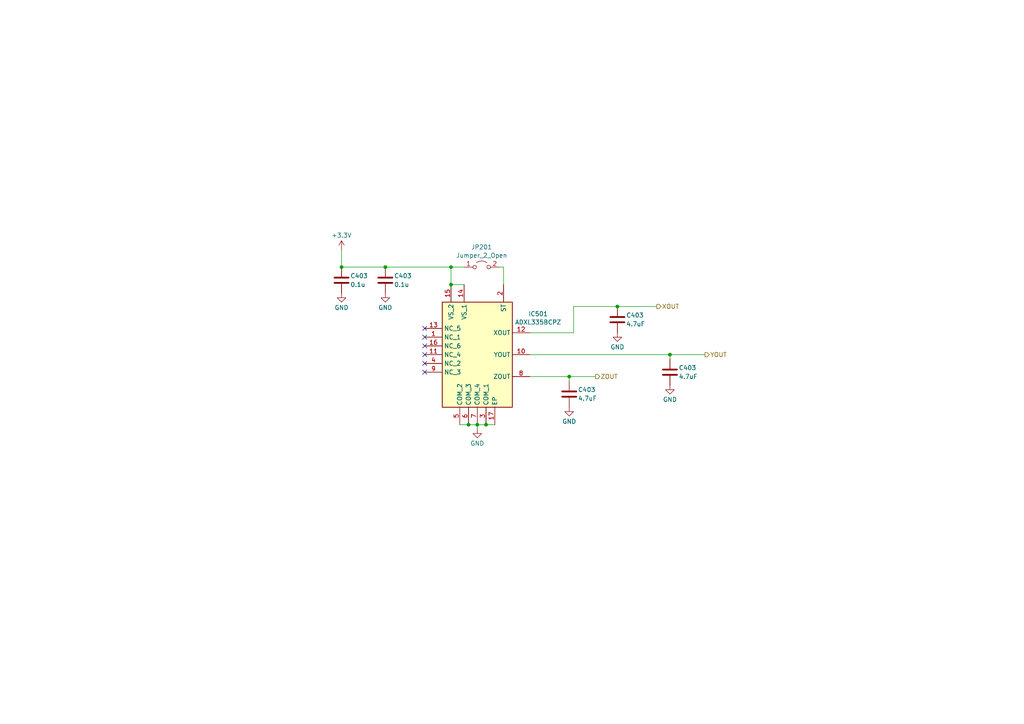
<source format=kicad_sch>
(kicad_sch (version 20230121) (generator eeschema)
  (paper "A4")
  (lib_symbols
    (symbol "Device:C" (pin_numbers hide) (pin_names (offset 0.254))
      (property "Reference" "C" (at 0.635 2.54 0))
      (property "Value" "C" (at 0.635 -2.54 0))
      (symbol "C_0_1"
        (polyline (pts (xy -2.032 -0.762) (xy 2.032 -0.762)) (stroke (width 0.508)))
        (polyline (pts (xy -2.032 0.762) (xy 2.032 0.762)) (stroke (width 0.508)))
      )
      (symbol "C_1_1"
        (pin passive line (at 0 3.81 270) (length 2.794) (name "~") (number "1"))
        (pin passive line (at 0 -3.81 90) (length 2.794) (name "~") (number "2"))
      )
    )
    (symbol "Jumper:Jumper_2_Open" (pin_names (offset 0) hide)
      (property "Reference" "JP" (at 0 2.794 0))
      (property "Value" "Jumper_2_Open" (at 0 -2.286 0))
      (symbol "Jumper_2_Open_0_0"
        (circle (center -2.032 0) (radius 0.508))
        (circle (center 2.032 0) (radius 0.508))
      )
      (symbol "Jumper_2_Open_0_1"
        (arc (start 1.524 1.27) (mid 0 1.778) (end -1.524 1.27))
      )
      (symbol "Jumper_2_Open_1_1"
        (pin passive line (at -5.08 0 0) (length 2.54) (name "A") (number "1"))
        (pin passive line (at 5.08 0 180) (length 2.54) (name "B") (number "2"))
      )
    )
    (symbol "SamacSys_Parts:ADXL335BCPZ"
      (property "Reference" "IC501" (at 32.8953 6.7544 0))
      (property "Value" "ADXL335BCPZ" (at 32.8953 4.3302 0))
      (symbol "ADXL335BCPZ_1_1"
        (rectangle (start 5.08 10.16) (end 25.4 -20.32) (stroke (width 0.254)) (fill (type background)))
        (pin passive line (at 0 0 0) (length 5.08) (name "NC_1") (number "1"))
        (pin passive line (at 30.48 -5.08 180) (length 5.08) (name "YOUT") (number "10"))
        (pin passive line (at 0 -5.08 0) (length 5.08) (name "NC_4") (number "11"))
        (pin passive line (at 30.48 1.27 180) (length 5.08) (name "XOUT") (number "12"))
        (pin passive line (at 0 2.54 0) (length 5.08) (name "NC_5") (number "13"))
        (pin passive line (at 11.43 15.24 270) (length 5.08) (name "VS_1") (number "14"))
        (pin passive line (at 7.62 15.24 270) (length 5.08) (name "VS_2") (number "15"))
        (pin passive line (at 0 -2.54 0) (length 5.08) (name "NC_6") (number "16"))
        (pin passive line (at 20.32 -25.4 90) (length 5.08) (name "EP") (number "17"))
        (pin passive line (at 22.86 15.24 270) (length 5.08) (name "ST") (number "2"))
        (pin passive line (at 17.78 -25.4 90) (length 5.08) (name "COM_1") (number "3"))
        (pin passive line (at 0 -7.62 0) (length 5.08) (name "NC_2") (number "4"))
        (pin passive line (at 10.16 -25.4 90) (length 5.08) (name "COM_2") (number "5"))
        (pin passive line (at 12.7 -25.4 90) (length 5.08) (name "COM_3") (number "6"))
        (pin passive line (at 15.24 -25.4 90) (length 5.08) (name "COM_4") (number "7"))
        (pin passive line (at 30.48 -11.43 180) (length 5.08) (name "ZOUT") (number "8"))
        (pin passive line (at 0 -10.16 0) (length 5.08) (name "NC_3") (number "9"))
      )
    )
    (symbol "power:+3.3V" (power) (pin_names (offset 0))
      (property "Value" "+3.3V" (at 0 3.556 0))
      (symbol "+3.3V_0_1"
        (polyline (pts (xy -0.762 1.27) (xy 0 2.54)))
        (polyline (pts (xy 0 0) (xy 0 2.54)))
        (polyline (pts (xy 0 2.54) (xy 0.762 1.27)))
      )
      (symbol "+3.3V_1_1"
        (pin power_in line (at 0 0 90) (length 0) hide (name "+3.3V") (number "1"))
      )
    )
    (symbol "power:GND" (power) (pin_names (offset 0))
      (property "Value" "GND" (at 0 -3.81 0))
      (symbol "GND_0_1"
        (polyline (pts (xy 0 0) (xy 0 -1.27) (xy 1.27 -1.27) (xy 0 -2.54) (xy -1.27 -1.27) (xy 0 -1.27)))
      )
      (symbol "GND_1_1"
        (pin power_in line (at 0 0 270) (length 0) hide (name "GND") (number "1"))
      )
    )
  )
  (junction (at 111.76 77.47))
  (junction (at 194.31 102.87))
  (junction (at 140.97 123.19))
  (junction (at 99.06 77.47))
  (junction (at 179.07 88.9))
  (junction (at 138.43 123.19))
  (junction (at 165.1 109.22))
  (junction (at 130.81 77.47))
  (junction (at 135.89 123.19))
  (junction (at 130.81 82.55))
  (no_connect (at 123.19 97.79))
  (no_connect (at 123.19 102.87))
  (no_connect (at 123.19 107.95))
  (no_connect (at 123.19 100.33))
  (no_connect (at 123.19 95.25))
  (no_connect (at 123.19 105.41))
  (wire (pts (xy 165.1 109.22) (xy 165.1 110.49)))
  (wire (pts (xy 165.1 109.22) (xy 172.72 109.22)))
  (wire (pts (xy 153.67 102.87) (xy 194.31 102.87)))
  (wire (pts (xy 138.43 124.46) (xy 138.43 123.19)))
  (wire (pts (xy 153.67 109.22) (xy 165.1 109.22)))
  (wire (pts (xy 130.81 82.55) (xy 134.62 82.55)))
  (wire (pts (xy 133.35 123.19) (xy 135.89 123.19)))
  (wire (pts (xy 166.37 96.52) (xy 153.67 96.52)))
  (wire (pts (xy 135.89 123.19) (xy 138.43 123.19)))
  (wire (pts (xy 99.06 72.39) (xy 99.06 77.47)))
  (wire (pts (xy 166.37 88.9) (xy 166.37 96.52)))
  (wire (pts (xy 140.97 123.19) (xy 143.51 123.19)))
  (wire (pts (xy 111.76 77.47) (xy 130.81 77.47)))
  (wire (pts (xy 146.05 77.47) (xy 144.78 77.47)))
  (wire (pts (xy 194.31 102.87) (xy 194.31 104.14)))
  (wire (pts (xy 130.81 77.47) (xy 130.81 82.55)))
  (wire (pts (xy 194.31 102.87) (xy 204.47 102.87)))
  (wire (pts (xy 179.07 88.9) (xy 190.5 88.9)))
  (wire (pts (xy 146.05 82.55) (xy 146.05 77.47)))
  (wire (pts (xy 166.37 88.9) (xy 179.07 88.9)))
  (wire (pts (xy 99.06 77.47) (xy 111.76 77.47)))
  (wire (pts (xy 138.43 123.19) (xy 140.97 123.19)))
  (wire (pts (xy 134.62 77.47) (xy 130.81 77.47)))
  (hierarchical_label "YOUT" (shape output) (at 204.47 102.87 0))
  (hierarchical_label "ZOUT" (shape output) (at 172.72 109.22 0))
  (hierarchical_label "XOUT" (shape output) (at 190.5 88.9 0))
  (symbol (lib_id "Device:C") (at 179.07 92.71 0) (unit 1)
    (property "Reference" "C403" (at 181.61 91.44 0) (effects (justify left)))
    (property "Value" "4.7uF" (at 181.61 93.98 0) (effects (justify left)))
    (property "Footprint" "Capacitor_SMD:C_0603_1608Metric" (effects hide))
    (instances (project "electrical-power-system" (path "" (reference "C403") (unit 1))) (project "obc-hardware" (path "" (reference "C201") (unit 1)) (path "" (reference "C503") (unit 1))) (project "PDB" (path "" (reference "C18") (unit 1))))
  )
  (symbol (lib_id "SamacSys_Parts:ADXL335BCPZ") (at 123.19 97.79 0) (unit 1)
    (property "Reference" "IC501" (at 156.0853 91.0356 0))
    (property "Value" "ADXL335BCPZ" (at 156.0853 93.4598 0))
    (property "Footprint" "SamacSys_Parts:ADXL335BCPZ" (effects hide))
    (property "Height" "1.5" (effects hide))
    (property "Manufacturer_Name" "Rochester Electronics" (effects hide))
    (property "Manufacturer_Part_Number" "ADXL335BCPZ" (effects hide))
  )
  (symbol (lib_id "power:GND") (at 111.76 85.09 0) (unit 1)
    (property "Reference" "#PWR0208" (effects hide))
    (property "Value" "GND" (at 111.76 89.2231 0))
    (instances (project "obc-hardware" (path "" (reference "#PWR0208") (unit 1)) (path "" (reference "#PWR0502") (unit 1))))
  )
  (symbol (lib_id "power:GND") (at 179.07 96.52 0) (unit 1)
    (property "Reference" "#PWR0208" (effects hide))
    (property "Value" "GND" (at 179.07 100.6531 0))
    (instances (project "obc-hardware" (path "" (reference "#PWR0208") (unit 1)) (path "" (reference "#PWR0507") (unit 1))))
  )
  (symbol (lib_id "power:GND") (at 165.1 118.11 0) (unit 1)
    (property "Reference" "#PWR0208" (effects hide))
    (property "Value" "GND" (at 165.1 122.2431 0))
    (instances (project "obc-hardware" (path "" (reference "#PWR0208") (unit 1)) (path "" (reference "#PWR0505") (unit 1))))
  )
  (symbol (lib_id "power:GND") (at 138.43 124.46 0) (unit 1)
    (property "Reference" "#PWR0208" (effects hide))
    (property "Value" "GND" (at 138.43 128.5931 0))
    (instances (project "obc-hardware" (path "" (reference "#PWR0208") (unit 1)) (path "" (reference "#PWR0504") (unit 1))))
  )
  (symbol (lib_id "Device:C") (at 165.1 114.3 0) (unit 1)
    (property "Reference" "C403" (at 167.64 113.03 0) (effects (justify left)))
    (property "Value" "4.7uF" (at 167.64 115.57 0) (effects (justify left)))
    (property "Footprint" "Capacitor_SMD:C_0603_1608Metric" (effects hide))
    (instances (project "electrical-power-system" (path "" (reference "C403") (unit 1))) (project "obc-hardware" (path "" (reference "C201") (unit 1)) (path "" (reference "C505") (unit 1))) (project "PDB" (path "" (reference "C18") (unit 1))))
  )
  (symbol (lib_id "power:+3.3V") (at 99.06 72.39 0) (unit 1)
    (property "Reference" "#PWR0503" (effects hide))
    (property "Value" "+3.3V" (at 99.06 68.2569 0))
  )
  (symbol (lib_id "power:GND") (at 194.31 111.76 0) (unit 1)
    (property "Reference" "#PWR0208" (effects hide))
    (property "Value" "GND" (at 194.31 115.8931 0))
    (instances (project "obc-hardware" (path "" (reference "#PWR0208") (unit 1)) (path "" (reference "#PWR0506") (unit 1))))
  )
  (symbol (lib_id "power:GND") (at 99.06 85.09 0) (unit 1)
    (property "Reference" "#PWR0209" (effects hide))
    (property "Value" "GND" (at 99.06 89.2231 0))
    (instances (project "obc-hardware" (path "" (reference "#PWR0209") (unit 1)) (path "" (reference "#PWR0501") (unit 1))))
  )
  (symbol (lib_id "Device:C") (at 111.76 81.28 0) (unit 1)
    (property "Reference" "C403" (at 114.3 80.01 0) (effects (justify left)))
    (property "Value" "0.1u" (at 114.3 82.55 0) (effects (justify left)))
    (property "Footprint" "Capacitor_SMD:C_0603_1608Metric" (effects hide))
    (instances (project "electrical-power-system" (path "" (reference "C403") (unit 1))) (project "obc-hardware" (path "" (reference "C202") (unit 1)) (path "" (reference "C502") (unit 1))) (project "PDB" (path "" (reference "C18") (unit 1))))
  )
  (symbol (lib_id "Jumper:Jumper_2_Open") (at 139.7 77.47 0) (unit 1)
    (property "Reference" "JP201" (at 139.7 71.6747 0))
    (property "Value" "Jumper_2_Open" (at 139.7 74.0989 0))
    (property "Footprint" "Jumper:SolderJumper-2_P1.3mm_Open_RoundedPad1.0x1.5mm" (effects hide))
    (instances (project "obc-hardware" (path "" (reference "JP201") (unit 1)) (path "" (reference "JP501") (unit 1))))
  )
  (symbol (lib_id "Device:C") (at 99.06 81.28 0) (unit 1)
    (property "Reference" "C403" (at 101.6 80.01 0) (effects (justify left)))
    (property "Value" "0.1u" (at 101.6 82.55 0) (effects (justify left)))
    (property "Footprint" "Capacitor_SMD:C_0603_1608Metric" (effects hide))
    (instances (project "electrical-power-system" (path "" (reference "C403") (unit 1))) (project "obc-hardware" (path "" (reference "C201") (unit 1)) (path "" (reference "C501") (unit 1))) (project "PDB" (path "" (reference "C18") (unit 1))))
  )
  (symbol (lib_id "Device:C") (at 194.31 107.95 0) (unit 1)
    (property "Reference" "C403" (at 196.85 106.68 0) (effects (justify left)))
    (property "Value" "4.7uF" (at 196.85 109.22 0) (effects (justify left)))
    (property "Footprint" "Capacitor_SMD:C_0603_1608Metric" (effects hide))
    (instances (project "electrical-power-system" (path "" (reference "C403") (unit 1))) (project "obc-hardware" (path "" (reference "C201") (unit 1)) (path "" (reference "C504") (unit 1))) (project "PDB" (path "" (reference "C18") (unit 1))))
  )
)
</source>
